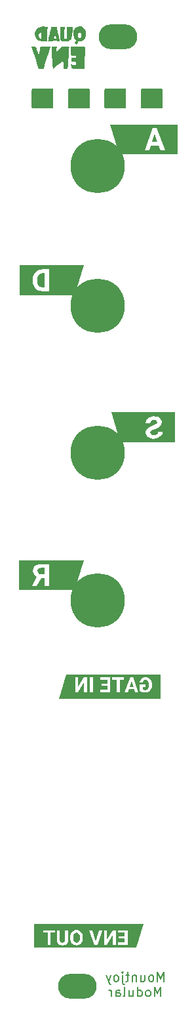
<source format=gbr>
%TF.GenerationSoftware,KiCad,Pcbnew,(6.0.11)*%
%TF.CreationDate,2023-03-29T15:24:13+01:00*%
%TF.ProjectId,QuadEnv_Panel,51756164-456e-4765-9f50-616e656c2e6b,rev?*%
%TF.SameCoordinates,Original*%
%TF.FileFunction,Soldermask,Bot*%
%TF.FilePolarity,Negative*%
%FSLAX46Y46*%
G04 Gerber Fmt 4.6, Leading zero omitted, Abs format (unit mm)*
G04 Created by KiCad (PCBNEW (6.0.11)) date 2023-03-29 15:24:13*
%MOMM*%
%LPD*%
G01*
G04 APERTURE LIST*
%ADD10C,0.200000*%
%ADD11O,5.000000X3.200000*%
%ADD12C,7.000000*%
G04 APERTURE END LIST*
D10*
X67957142Y-159176857D02*
X67957142Y-157976857D01*
X67557142Y-158834000D01*
X67157142Y-157976857D01*
X67157142Y-159176857D01*
X66414285Y-159176857D02*
X66528571Y-159119714D01*
X66585714Y-159062571D01*
X66642857Y-158948285D01*
X66642857Y-158605428D01*
X66585714Y-158491142D01*
X66528571Y-158434000D01*
X66414285Y-158376857D01*
X66242857Y-158376857D01*
X66128571Y-158434000D01*
X66071428Y-158491142D01*
X66014285Y-158605428D01*
X66014285Y-158948285D01*
X66071428Y-159062571D01*
X66128571Y-159119714D01*
X66242857Y-159176857D01*
X66414285Y-159176857D01*
X64985714Y-158376857D02*
X64985714Y-159176857D01*
X65500000Y-158376857D02*
X65500000Y-159005428D01*
X65442857Y-159119714D01*
X65328571Y-159176857D01*
X65157142Y-159176857D01*
X65042857Y-159119714D01*
X64985714Y-159062571D01*
X64414285Y-158376857D02*
X64414285Y-159176857D01*
X64414285Y-158491142D02*
X64357142Y-158434000D01*
X64242857Y-158376857D01*
X64071428Y-158376857D01*
X63957142Y-158434000D01*
X63900000Y-158548285D01*
X63900000Y-159176857D01*
X63500000Y-158376857D02*
X63042857Y-158376857D01*
X63328571Y-157976857D02*
X63328571Y-159005428D01*
X63271428Y-159119714D01*
X63157142Y-159176857D01*
X63042857Y-159176857D01*
X62642857Y-158376857D02*
X62642857Y-159405428D01*
X62700000Y-159519714D01*
X62814285Y-159576857D01*
X62871428Y-159576857D01*
X62642857Y-157976857D02*
X62700000Y-158034000D01*
X62642857Y-158091142D01*
X62585714Y-158034000D01*
X62642857Y-157976857D01*
X62642857Y-158091142D01*
X61900000Y-159176857D02*
X62014285Y-159119714D01*
X62071428Y-159062571D01*
X62128571Y-158948285D01*
X62128571Y-158605428D01*
X62071428Y-158491142D01*
X62014285Y-158434000D01*
X61900000Y-158376857D01*
X61728571Y-158376857D01*
X61614285Y-158434000D01*
X61557142Y-158491142D01*
X61500000Y-158605428D01*
X61500000Y-158948285D01*
X61557142Y-159062571D01*
X61614285Y-159119714D01*
X61728571Y-159176857D01*
X61900000Y-159176857D01*
X61100000Y-158376857D02*
X60814285Y-159176857D01*
X60528571Y-158376857D02*
X60814285Y-159176857D01*
X60928571Y-159462571D01*
X60985714Y-159519714D01*
X61100000Y-159576857D01*
X67557142Y-161108857D02*
X67557142Y-159908857D01*
X67157142Y-160766000D01*
X66757142Y-159908857D01*
X66757142Y-161108857D01*
X66014285Y-161108857D02*
X66128571Y-161051714D01*
X66185714Y-160994571D01*
X66242857Y-160880285D01*
X66242857Y-160537428D01*
X66185714Y-160423142D01*
X66128571Y-160366000D01*
X66014285Y-160308857D01*
X65842857Y-160308857D01*
X65728571Y-160366000D01*
X65671428Y-160423142D01*
X65614285Y-160537428D01*
X65614285Y-160880285D01*
X65671428Y-160994571D01*
X65728571Y-161051714D01*
X65842857Y-161108857D01*
X66014285Y-161108857D01*
X64585714Y-161108857D02*
X64585714Y-159908857D01*
X64585714Y-161051714D02*
X64700000Y-161108857D01*
X64928571Y-161108857D01*
X65042857Y-161051714D01*
X65100000Y-160994571D01*
X65157142Y-160880285D01*
X65157142Y-160537428D01*
X65100000Y-160423142D01*
X65042857Y-160366000D01*
X64928571Y-160308857D01*
X64700000Y-160308857D01*
X64585714Y-160366000D01*
X63500000Y-160308857D02*
X63500000Y-161108857D01*
X64014285Y-160308857D02*
X64014285Y-160937428D01*
X63957142Y-161051714D01*
X63842857Y-161108857D01*
X63671428Y-161108857D01*
X63557142Y-161051714D01*
X63500000Y-160994571D01*
X62757142Y-161108857D02*
X62871428Y-161051714D01*
X62928571Y-160937428D01*
X62928571Y-159908857D01*
X61785714Y-161108857D02*
X61785714Y-160480285D01*
X61842857Y-160366000D01*
X61957142Y-160308857D01*
X62185714Y-160308857D01*
X62300000Y-160366000D01*
X61785714Y-161051714D02*
X61900000Y-161108857D01*
X62185714Y-161108857D01*
X62300000Y-161051714D01*
X62357142Y-160937428D01*
X62357142Y-160823142D01*
X62300000Y-160708857D01*
X62185714Y-160651714D01*
X61900000Y-160651714D01*
X61785714Y-160594571D01*
X61214285Y-161108857D02*
X61214285Y-160308857D01*
X61214285Y-160537428D02*
X61157142Y-160423142D01*
X61100000Y-160366000D01*
X60985714Y-160308857D01*
X60871428Y-160308857D01*
%TO.C,kibuzzard-6424498C*%
G36*
X55385818Y-119602084D02*
G01*
X67542931Y-119602084D01*
X67542931Y-122697916D01*
X54457069Y-122697916D01*
X54701116Y-121884425D01*
X56510297Y-121884425D01*
X56905622Y-121884425D01*
X57675187Y-120622022D01*
X57675187Y-121884425D01*
X58070512Y-121884425D01*
X58436846Y-121884425D01*
X58832171Y-121884425D01*
X59761184Y-121884425D01*
X61047307Y-121884425D01*
X61047307Y-120285996D01*
X61272642Y-120285996D01*
X61860358Y-120285996D01*
X61860358Y-121884425D01*
X62255683Y-121884425D01*
X62896109Y-121884425D01*
X63316471Y-121884425D01*
X63449564Y-121489101D01*
X64142700Y-121489101D01*
X64274475Y-121884425D01*
X64694836Y-121884425D01*
X64604578Y-121641960D01*
X64852966Y-121641960D01*
X64981776Y-121755451D01*
X65154731Y-121840281D01*
X65360300Y-121893156D01*
X65586953Y-121910780D01*
X65746181Y-121898701D01*
X65891792Y-121862463D01*
X66023786Y-121802066D01*
X66190152Y-121668809D01*
X66313691Y-121486465D01*
X66370720Y-121340488D01*
X66405641Y-121178405D01*
X66418452Y-121000216D01*
X66418452Y-120869759D01*
X66407691Y-120686811D01*
X66375406Y-120520994D01*
X66321598Y-120372308D01*
X66203330Y-120186835D01*
X66042235Y-120050778D01*
X65913608Y-119988917D01*
X65771071Y-119951800D01*
X65614625Y-119939428D01*
X65403639Y-119957510D01*
X65225743Y-120011758D01*
X65080937Y-120102170D01*
X64970100Y-120227136D01*
X64894109Y-120385047D01*
X64852966Y-120575901D01*
X65237749Y-120575901D01*
X65280082Y-120433254D01*
X65354370Y-120334753D01*
X65461602Y-120277431D01*
X65602766Y-120258323D01*
X65780332Y-120296208D01*
X65909801Y-120409864D01*
X65968514Y-120527290D01*
X66004093Y-120677514D01*
X66016539Y-120860534D01*
X66016539Y-120983085D01*
X66003801Y-121167863D01*
X65965586Y-121319843D01*
X65901895Y-121439026D01*
X65760566Y-121554659D01*
X65565869Y-121593203D01*
X65375124Y-121569483D01*
X65248291Y-121498325D01*
X65248291Y-121167570D01*
X65608037Y-121167570D01*
X65608037Y-120876347D01*
X64852966Y-120876347D01*
X64852966Y-121641960D01*
X64604578Y-121641960D01*
X63980617Y-119965783D01*
X63614282Y-119965783D01*
X62896109Y-121884425D01*
X62255683Y-121884425D01*
X62255683Y-120285996D01*
X62835493Y-120285996D01*
X62835493Y-119965783D01*
X61272642Y-119965783D01*
X61272642Y-120285996D01*
X61047307Y-120285996D01*
X61047307Y-119965783D01*
X59763820Y-119965783D01*
X59763820Y-120285996D01*
X60651982Y-120285996D01*
X60651982Y-120743255D01*
X59892959Y-120743255D01*
X59892959Y-121052926D01*
X60651982Y-121052926D01*
X60651982Y-121566848D01*
X59761184Y-121566848D01*
X59761184Y-121884425D01*
X58832171Y-121884425D01*
X58832171Y-119965783D01*
X58436846Y-119965783D01*
X58436846Y-121884425D01*
X58070512Y-121884425D01*
X58070512Y-119965783D01*
X57675187Y-119965783D01*
X56904304Y-121230822D01*
X56904304Y-119965783D01*
X56510297Y-119965783D01*
X56510297Y-121884425D01*
X54701116Y-121884425D01*
X55385818Y-119602084D01*
G37*
G36*
X64035962Y-121168888D02*
G01*
X63556301Y-121168888D01*
X63797449Y-120450715D01*
X64035962Y-121168888D01*
G37*
%TO.C,kibuzzard-64244971*%
G36*
X51239193Y-151752084D02*
G01*
X65360807Y-151752084D01*
X64432057Y-154847916D01*
X51239193Y-154847916D01*
X51239193Y-152885788D01*
X52363672Y-152885788D01*
X52951388Y-152885788D01*
X52951388Y-154484217D01*
X53346713Y-154484217D01*
X53346713Y-153829296D01*
X54132092Y-153829296D01*
X54153981Y-154024616D01*
X54219649Y-154190652D01*
X54329095Y-154327405D01*
X54476463Y-154429164D01*
X54655897Y-154490220D01*
X54867396Y-154510572D01*
X55076039Y-154490806D01*
X55253935Y-154431507D01*
X55401084Y-154332676D01*
X55511336Y-154199291D01*
X55578541Y-154036329D01*
X55602700Y-153843791D01*
X55602700Y-153568382D01*
X55871520Y-153568382D01*
X55882648Y-153749499D01*
X55916031Y-153915096D01*
X55971669Y-154065173D01*
X56048025Y-154196655D01*
X56143562Y-154306467D01*
X56258280Y-154394610D01*
X56388664Y-154459033D01*
X56531200Y-154497687D01*
X56685889Y-154510572D01*
X56839187Y-154497834D01*
X56981065Y-154459619D01*
X57111522Y-154395928D01*
X57226898Y-154308590D01*
X57323533Y-154199437D01*
X57401427Y-154068467D01*
X57458676Y-153919488D01*
X57493377Y-153756307D01*
X57505529Y-153578924D01*
X57505529Y-153484046D01*
X57494182Y-153302709D01*
X57460140Y-153136453D01*
X57403404Y-152985278D01*
X57325949Y-152852771D01*
X57229754Y-152742519D01*
X57114817Y-152654523D01*
X56984579Y-152590465D01*
X56892556Y-152565575D01*
X58300132Y-152565575D01*
X58968231Y-154484217D01*
X59380686Y-154484217D01*
X60229316Y-154484217D01*
X60624641Y-154484217D01*
X61394206Y-153221814D01*
X61394206Y-154484217D01*
X61789531Y-154484217D01*
X62021455Y-154484217D01*
X63307578Y-154484217D01*
X63307578Y-152565575D01*
X62024091Y-152565575D01*
X62024091Y-152885788D01*
X62912253Y-152885788D01*
X62912253Y-153343046D01*
X62153230Y-153343046D01*
X62153230Y-153652717D01*
X62912253Y-153652717D01*
X62912253Y-154166640D01*
X62021455Y-154166640D01*
X62021455Y-154484217D01*
X61789531Y-154484217D01*
X61789531Y-152565575D01*
X61394206Y-152565575D01*
X60623323Y-153830614D01*
X60623323Y-152565575D01*
X60229316Y-152565575D01*
X60229316Y-154484217D01*
X59380686Y-154484217D01*
X60046149Y-152565575D01*
X59607339Y-152565575D01*
X59175117Y-154008510D01*
X58740260Y-152565575D01*
X58300132Y-152565575D01*
X56892556Y-152565575D01*
X56842482Y-152552031D01*
X56688525Y-152539220D01*
X56534568Y-152552031D01*
X56392470Y-152590465D01*
X56262233Y-152654523D01*
X56147296Y-152742519D01*
X56051100Y-152852771D01*
X55973646Y-152985278D01*
X55916909Y-153136306D01*
X55882868Y-153302123D01*
X55871520Y-153482728D01*
X55871520Y-153568382D01*
X55602700Y-153568382D01*
X55602700Y-152565575D01*
X55207375Y-152565575D01*
X55207375Y-153831931D01*
X55184808Y-153994838D01*
X55117109Y-154106682D01*
X55009548Y-154171416D01*
X54867396Y-154192995D01*
X54721208Y-154171087D01*
X54616035Y-154105364D01*
X54551877Y-153995826D01*
X54528734Y-153842473D01*
X54528734Y-152565575D01*
X54132092Y-152565575D01*
X54132092Y-153829296D01*
X53346713Y-153829296D01*
X53346713Y-152885788D01*
X53926523Y-152885788D01*
X53926523Y-152565575D01*
X52363672Y-152565575D01*
X52363672Y-152885788D01*
X51239193Y-152885788D01*
X51239193Y-151752084D01*
G37*
G36*
X56864774Y-152904730D02*
G01*
X56995560Y-153020857D01*
X57055737Y-153140113D01*
X57092195Y-153291435D01*
X57104933Y-153474821D01*
X57104933Y-153568382D01*
X57092927Y-153749645D01*
X57056909Y-153901626D01*
X56996878Y-154024323D01*
X56865103Y-154145885D01*
X56685889Y-154186406D01*
X56509970Y-154147368D01*
X56380171Y-154030253D01*
X56320726Y-153910264D01*
X56284708Y-153758503D01*
X56272116Y-153574970D01*
X56272116Y-153481410D01*
X56284122Y-153296340D01*
X56320141Y-153143481D01*
X56380171Y-153022833D01*
X56511287Y-152905224D01*
X56688525Y-152866021D01*
X56864774Y-152904730D01*
G37*
%TO.C,Ge*%
G36*
X57837795Y-37320745D02*
G01*
X57791151Y-37422270D01*
X57646922Y-37642504D01*
X57490827Y-37789207D01*
X57310105Y-37870898D01*
X57091883Y-37896304D01*
X57052987Y-37896548D01*
X56945560Y-37903129D01*
X56900349Y-37922734D01*
X56901379Y-37960771D01*
X56903231Y-37966820D01*
X56885540Y-38045038D01*
X56811432Y-38144726D01*
X56696807Y-38264370D01*
X56568982Y-38176235D01*
X56548781Y-38162278D01*
X56465407Y-38104028D01*
X56421506Y-38072276D01*
X56425451Y-38057106D01*
X56474147Y-38001509D01*
X56560935Y-37922898D01*
X56720014Y-37789343D01*
X56608155Y-37716050D01*
X56559438Y-37673456D01*
X56472871Y-37562992D01*
X56396970Y-37429429D01*
X56356851Y-37324135D01*
X56312335Y-37112029D01*
X56862996Y-37112029D01*
X56883423Y-37260366D01*
X56930041Y-37377786D01*
X57001576Y-37451932D01*
X57080281Y-37484121D01*
X57142154Y-37466721D01*
X57222665Y-37384762D01*
X57278990Y-37253128D01*
X57300194Y-37091346D01*
X57299533Y-37055403D01*
X57271650Y-36900475D01*
X57199877Y-36811560D01*
X57080281Y-36783147D01*
X56992715Y-36798927D01*
X56913522Y-36847195D01*
X56904960Y-36859007D01*
X56869821Y-36966876D01*
X56862996Y-37112029D01*
X56312335Y-37112029D01*
X56307642Y-37089668D01*
X56293700Y-36834928D01*
X56315708Y-36591188D01*
X56374345Y-36389720D01*
X56418227Y-36306203D01*
X56574938Y-36119168D01*
X56776380Y-35993277D01*
X57008202Y-35935631D01*
X57256053Y-35953332D01*
X57322331Y-35969959D01*
X57509962Y-36043202D01*
X57651052Y-36155103D01*
X57772636Y-36325117D01*
X57799153Y-36371598D01*
X57844129Y-36467895D01*
X57869679Y-36568396D01*
X57880927Y-36699157D01*
X57882998Y-36886231D01*
X57879456Y-37060950D01*
X57876646Y-37091346D01*
X57865799Y-37208655D01*
X57837795Y-37320745D01*
G37*
G36*
X54514694Y-37767511D02*
G01*
X54523787Y-37818673D01*
X54519729Y-37826743D01*
X54462644Y-37847079D01*
X54359638Y-37855225D01*
X54254132Y-37848607D01*
X54197110Y-37817354D01*
X54167982Y-37745633D01*
X54150699Y-37685216D01*
X54126981Y-37664482D01*
X54086216Y-37710247D01*
X54052155Y-37760855D01*
X54018854Y-37823759D01*
X54010385Y-37830946D01*
X53951076Y-37820885D01*
X53857521Y-37775607D01*
X53799927Y-37741967D01*
X53734433Y-37710913D01*
X53704614Y-37720997D01*
X53687444Y-37771687D01*
X53681256Y-37791216D01*
X53655354Y-37825364D01*
X53599740Y-37844684D01*
X53496843Y-37853272D01*
X53329089Y-37855225D01*
X53249829Y-37854976D01*
X53114395Y-37851241D01*
X53040074Y-37840305D01*
X53011878Y-37818727D01*
X53014819Y-37783066D01*
X53029620Y-37727065D01*
X53060219Y-37600968D01*
X53093655Y-37458892D01*
X53785220Y-37458892D01*
X53787655Y-37460624D01*
X53843757Y-37480283D01*
X53942282Y-37504532D01*
X53963157Y-37508971D01*
X54044510Y-37520148D01*
X54069518Y-37494511D01*
X54058675Y-37416573D01*
X54034594Y-37315142D01*
X53992142Y-37188721D01*
X53948792Y-37106882D01*
X53912640Y-37087852D01*
X53884333Y-37128288D01*
X53845534Y-37216844D01*
X53809089Y-37321827D01*
X53785488Y-37412692D01*
X53785220Y-37458892D01*
X53093655Y-37458892D01*
X53101660Y-37424876D01*
X53150195Y-37215190D01*
X53202078Y-36988308D01*
X53253561Y-36760629D01*
X53300897Y-36548552D01*
X53340338Y-36368475D01*
X53368139Y-36236799D01*
X53416322Y-35999705D01*
X54139476Y-35999705D01*
X54190902Y-36298650D01*
X54195573Y-36325050D01*
X54228127Y-36491727D01*
X54273830Y-36708135D01*
X54327275Y-36949203D01*
X54383057Y-37189858D01*
X54405394Y-37284328D01*
X54452111Y-37485204D01*
X54454216Y-37494511D01*
X54489673Y-37651310D01*
X54514694Y-37767511D01*
G37*
G36*
X55837836Y-35999696D02*
G01*
X56224125Y-35999705D01*
X56196338Y-36360501D01*
X56170383Y-36670292D01*
X56137322Y-36976308D01*
X56099248Y-37217956D01*
X56052900Y-37405127D01*
X55995018Y-37547711D01*
X55922342Y-37655598D01*
X55831611Y-37738677D01*
X55719566Y-37806840D01*
X55676806Y-37828236D01*
X55581294Y-37866512D01*
X55480688Y-37886362D01*
X55349313Y-37891393D01*
X55161497Y-37885210D01*
X55102773Y-37882573D01*
X54930411Y-37874095D01*
X54803274Y-37858530D01*
X54714507Y-37825116D01*
X54657254Y-37763090D01*
X54624658Y-37661692D01*
X54609863Y-37510158D01*
X54606014Y-37297726D01*
X54606255Y-37013636D01*
X54605175Y-36792010D01*
X54601605Y-36558400D01*
X54595989Y-36359298D01*
X54588794Y-36210690D01*
X54580483Y-36128561D01*
X54554712Y-35999705D01*
X55149361Y-35999705D01*
X55119537Y-36783147D01*
X55089712Y-37566588D01*
X55217637Y-37566588D01*
X55224466Y-37566553D01*
X55300813Y-37557945D01*
X55358051Y-37527236D01*
X55398865Y-37464375D01*
X55425939Y-37359308D01*
X55441954Y-37201985D01*
X55449596Y-36982354D01*
X55451547Y-36690361D01*
X55451547Y-35999686D01*
X55837836Y-35999696D01*
G37*
G36*
X52734069Y-37869668D02*
G01*
X52590449Y-37880684D01*
X52383297Y-37876580D01*
X52167138Y-37856391D01*
X51972362Y-37823134D01*
X51829361Y-37779829D01*
X51783955Y-37757727D01*
X51593106Y-37618635D01*
X51439606Y-37433138D01*
X51345937Y-37226951D01*
X51343809Y-37218874D01*
X51334042Y-37148076D01*
X51814176Y-37148076D01*
X51820345Y-37188642D01*
X51858297Y-37315173D01*
X51911207Y-37401963D01*
X51976281Y-37451800D01*
X52082277Y-37503712D01*
X52096512Y-37507903D01*
X52135374Y-37514037D01*
X52158290Y-37495467D01*
X52168599Y-37437762D01*
X52169637Y-37326492D01*
X52164745Y-37147226D01*
X52162957Y-37089997D01*
X52156544Y-36930760D01*
X52146673Y-36834731D01*
X52128689Y-36786853D01*
X52097937Y-36772068D01*
X52049761Y-36775320D01*
X52012477Y-36782210D01*
X51891798Y-36850173D01*
X51823687Y-36975310D01*
X51814176Y-37148076D01*
X51334042Y-37148076D01*
X51317003Y-37024563D01*
X51322696Y-36808095D01*
X51357736Y-36603249D01*
X51418973Y-36443804D01*
X51558883Y-36269169D01*
X51772633Y-36119455D01*
X52038978Y-36019256D01*
X52348592Y-35971960D01*
X52692151Y-35980960D01*
X52966653Y-36010357D01*
X52941978Y-36190381D01*
X52934532Y-36263581D01*
X52923521Y-36416525D01*
X52911678Y-36620417D01*
X52900008Y-36857664D01*
X52889512Y-37110677D01*
X52881410Y-37326492D01*
X52861721Y-37850948D01*
X52734069Y-37869668D01*
G37*
%TO.C,kibuzzard-640B6CDE*%
G36*
X52598182Y-69643741D02*
G01*
X52317191Y-69643741D01*
X52016337Y-69588027D01*
X51795905Y-69420886D01*
X51695351Y-69251000D01*
X51633986Y-69038481D01*
X51611808Y-68783328D01*
X51611808Y-68634113D01*
X51631617Y-68370455D01*
X51691045Y-68153091D01*
X51790091Y-67982021D01*
X52009555Y-67815606D01*
X52311377Y-67760135D01*
X52598182Y-67760135D01*
X52598182Y-69643741D01*
G37*
G36*
X49369051Y-66793140D02*
G01*
X57630949Y-66793140D01*
X56486833Y-70606860D01*
X49369051Y-70606860D01*
X49369051Y-68765887D01*
X51022696Y-68765887D01*
X51040676Y-69018456D01*
X51094613Y-69251646D01*
X51184508Y-69465457D01*
X51307132Y-69654291D01*
X51459255Y-69812551D01*
X51640876Y-69940234D01*
X51845644Y-70034113D01*
X52067206Y-70090957D01*
X52305564Y-70110767D01*
X53179542Y-70110767D01*
X53179542Y-67289233D01*
X52311377Y-67289233D01*
X52072051Y-67307858D01*
X51850165Y-67363734D01*
X51645720Y-67456859D01*
X51464315Y-67584327D01*
X51311546Y-67743232D01*
X51187415Y-67933574D01*
X51095905Y-68149000D01*
X51040999Y-68383159D01*
X51022696Y-68636050D01*
X51022696Y-68765887D01*
X49369051Y-68765887D01*
X49369051Y-66793140D01*
G37*
%TO.C,kibuzzard-640B6CC5*%
G36*
X67152542Y-50858505D02*
G01*
X66447158Y-50858505D01*
X66801788Y-49802368D01*
X67152542Y-50858505D01*
G37*
G36*
X61024879Y-48593140D02*
G01*
X69775121Y-48593140D01*
X69775121Y-52406860D01*
X62168996Y-52406860D01*
X62020168Y-51910767D01*
X65476287Y-51910767D01*
X66094467Y-51910767D01*
X66290191Y-51329407D01*
X67309509Y-51329407D01*
X67503295Y-51910767D01*
X68121475Y-51910767D01*
X67071151Y-49089233D01*
X66532424Y-49089233D01*
X65476287Y-51910767D01*
X62020168Y-51910767D01*
X61024879Y-48593140D01*
G37*
%TO.C,G\u002A\u002A\u002A*%
G36*
X57038952Y-38566718D02*
G01*
X57379484Y-38570194D01*
X57614024Y-38578982D01*
X57758115Y-38594475D01*
X57827295Y-38618065D01*
X57837106Y-38651146D01*
X57833810Y-38665251D01*
X57821080Y-38786884D01*
X57806039Y-39009214D01*
X57789795Y-39312192D01*
X57773456Y-39675768D01*
X57758131Y-40079896D01*
X57711638Y-41424000D01*
X56898567Y-41424000D01*
X56852726Y-41423924D01*
X56550531Y-41419460D01*
X56300852Y-41409108D01*
X56128513Y-41394278D01*
X56058338Y-41376375D01*
X56055329Y-41370292D01*
X56025065Y-41268040D01*
X55991101Y-41106500D01*
X55951022Y-40884250D01*
X56300261Y-40906001D01*
X56649500Y-40927753D01*
X56649500Y-40731376D01*
X56647837Y-40654393D01*
X56622611Y-40572257D01*
X56539416Y-40540362D01*
X56363750Y-40535000D01*
X56278404Y-40532453D01*
X56134771Y-40512577D01*
X56078000Y-40479437D01*
X56077999Y-40478915D01*
X56066221Y-40381130D01*
X56038313Y-40225437D01*
X55998625Y-40027000D01*
X56324063Y-40027000D01*
X56470381Y-40025081D01*
X56591358Y-40007886D01*
X56640331Y-39959003D01*
X56649500Y-39862121D01*
X56645802Y-39784514D01*
X56612806Y-39727329D01*
X56518061Y-39710386D01*
X56329197Y-39719246D01*
X56177410Y-39727798D01*
X56071866Y-39715082D01*
X56006875Y-39659652D01*
X55970495Y-39540488D01*
X55950781Y-39336568D01*
X55935790Y-39026874D01*
X55915099Y-38566499D01*
X56892344Y-38566499D01*
X57038952Y-38566718D01*
G37*
G36*
X54118417Y-38896272D02*
G01*
X54095583Y-39226123D01*
X54856995Y-38566499D01*
X55313027Y-38566500D01*
X55341443Y-38566522D01*
X55566532Y-38570642D01*
X55691416Y-38586291D01*
X55740419Y-38619831D01*
X55737866Y-38677625D01*
X55736236Y-38684319D01*
X55721202Y-38801720D01*
X55703617Y-39014487D01*
X55685538Y-39294654D01*
X55669020Y-39614250D01*
X55652873Y-39946138D01*
X55632480Y-40324079D01*
X55611998Y-40668164D01*
X55594074Y-40931875D01*
X55556782Y-41424000D01*
X54998500Y-41424000D01*
X54998500Y-40947750D01*
X54998249Y-40904312D01*
X54988291Y-40684370D01*
X54966693Y-40529844D01*
X54937401Y-40471500D01*
X54936300Y-40471564D01*
X54861068Y-40510725D01*
X54707918Y-40611945D01*
X54498579Y-40760286D01*
X54254776Y-40940811D01*
X53633250Y-41410122D01*
X53594118Y-40893186D01*
X53592519Y-40871769D01*
X53574185Y-40597205D01*
X53553329Y-40243402D01*
X53532397Y-39853684D01*
X53513835Y-39471375D01*
X53472683Y-38566500D01*
X53806967Y-38566460D01*
X54141250Y-38566421D01*
X54118417Y-38896272D01*
G37*
G36*
X51401657Y-38573662D02*
G01*
X51477121Y-38611331D01*
X51529238Y-38702440D01*
X51576058Y-38870243D01*
X51635629Y-39138000D01*
X51684417Y-39345902D01*
X51738437Y-39522267D01*
X51783881Y-39583324D01*
X51826474Y-39535017D01*
X51871942Y-39383288D01*
X51881569Y-39342682D01*
X51937029Y-39083198D01*
X51982116Y-38836375D01*
X52025164Y-38566500D01*
X53338459Y-38566500D01*
X53036683Y-39471375D01*
X53011815Y-39546182D01*
X52888250Y-39924069D01*
X52767413Y-40302533D01*
X52662039Y-40641307D01*
X52584861Y-40900125D01*
X52434814Y-41424000D01*
X51776736Y-41424000D01*
X51669336Y-41041227D01*
X51637469Y-40931505D01*
X51560916Y-40678827D01*
X51460291Y-40354685D01*
X51344974Y-39989196D01*
X51224345Y-39612477D01*
X50886755Y-38566500D01*
X51192098Y-38566500D01*
X51284798Y-38566176D01*
X51401657Y-38573662D01*
G37*
%TO.C,kibuzzard-640B6D2B*%
G36*
X52568529Y-106656982D02*
G01*
X52099566Y-106656982D01*
X51905295Y-106629126D01*
X51760439Y-106545555D01*
X51670328Y-106413054D01*
X51640291Y-106238403D01*
X51668633Y-106060120D01*
X51753657Y-105924469D01*
X51897301Y-105838718D01*
X52101503Y-105810135D01*
X52568529Y-105810135D01*
X52568529Y-106656982D01*
G37*
G36*
X49298703Y-104843140D02*
G01*
X57601297Y-104843140D01*
X56457181Y-108656860D01*
X49298703Y-108656860D01*
X49298703Y-108160767D01*
X50952349Y-108160767D01*
X51576342Y-108160767D01*
X52105379Y-107127884D01*
X52568529Y-107127884D01*
X52568529Y-108160767D01*
X53149889Y-108160767D01*
X53149889Y-105339233D01*
X52101503Y-105339233D01*
X51793598Y-105363995D01*
X51536508Y-105438280D01*
X51330233Y-105562088D01*
X51179510Y-105731113D01*
X51089076Y-105941049D01*
X51058931Y-106191895D01*
X51090180Y-106456656D01*
X51183924Y-106673454D01*
X51341133Y-106846651D01*
X51562777Y-106980606D01*
X50952349Y-108133636D01*
X50952349Y-108160767D01*
X49298703Y-108160767D01*
X49298703Y-104843140D01*
G37*
%TO.C,kibuzzard-640B6D1B*%
G36*
X61153548Y-85754382D02*
G01*
X69446452Y-85754382D01*
X69446452Y-89645618D01*
X62320918Y-89645618D01*
X61937221Y-88366626D01*
X65628210Y-88366626D01*
X65659000Y-88593249D01*
X65751372Y-88784774D01*
X65905325Y-88941203D01*
X66111385Y-89056937D01*
X66360077Y-89126377D01*
X66651403Y-89149524D01*
X66962431Y-89119729D01*
X67244390Y-89030345D01*
X67480083Y-88889123D01*
X67652311Y-88703815D01*
X67757683Y-88479991D01*
X67792806Y-88223224D01*
X67209509Y-88223224D01*
X67174627Y-88427548D01*
X67069982Y-88573493D01*
X66895574Y-88661061D01*
X66651403Y-88690250D01*
X66466822Y-88669175D01*
X66327780Y-88605952D01*
X66211508Y-88370502D01*
X66327780Y-88117610D01*
X66490560Y-88027015D01*
X66746359Y-87931575D01*
X67017176Y-87834439D01*
X67225012Y-87738757D01*
X67492007Y-87545617D01*
X67652204Y-87312427D01*
X67705603Y-87039188D01*
X67673385Y-86822873D01*
X67576734Y-86631267D01*
X67419767Y-86471635D01*
X67206602Y-86351245D01*
X66950561Y-86275668D01*
X66664968Y-86250476D01*
X66379133Y-86277848D01*
X66126242Y-86359966D01*
X65916225Y-86491983D01*
X65759016Y-86669055D01*
X65660911Y-86882220D01*
X65628210Y-87122516D01*
X66209570Y-87122516D01*
X66240091Y-86950288D01*
X66331655Y-86821178D01*
X66478449Y-86740514D01*
X66674658Y-86713626D01*
X66864084Y-86736154D01*
X67006033Y-86803737D01*
X67124243Y-87041125D01*
X66985685Y-87271732D01*
X66814426Y-87361842D01*
X66577764Y-87446140D01*
X66276964Y-87553583D01*
X66036023Y-87676961D01*
X65854940Y-87816272D01*
X65684893Y-88064319D01*
X65628210Y-88366626D01*
X61937221Y-88366626D01*
X61153548Y-85754382D01*
G37*
%TD*%
D11*
%TO.C,Ref\u002A\u002A*%
X62080000Y-37300000D03*
%TD*%
%TO.C,Ref\u002A\u002A*%
X56780000Y-159800000D03*
%TD*%
D12*
%TO.C,Ref\u002A\u002A*%
X59400000Y-110000000D03*
%TD*%
%TO.C,Ref\u002A\u002A*%
X59400000Y-91000000D03*
%TD*%
%TO.C,Ref\u002A\u002A*%
X59400000Y-54000000D03*
%TD*%
%TO.C,Ref\u002A\u002A*%
X59400000Y-72000000D03*
%TD*%
G36*
X58342121Y-44020002D02*
G01*
X58388614Y-44073658D01*
X58400000Y-44126000D01*
X58400000Y-46374000D01*
X58379998Y-46442121D01*
X58326342Y-46488614D01*
X58274000Y-46500000D01*
X55726000Y-46500000D01*
X55657879Y-46479998D01*
X55611386Y-46426342D01*
X55600000Y-46374000D01*
X55600000Y-44126000D01*
X55620002Y-44057879D01*
X55673658Y-44011386D01*
X55726000Y-44000000D01*
X58274000Y-44000000D01*
X58342121Y-44020002D01*
G37*
G36*
X67742121Y-44020002D02*
G01*
X67788614Y-44073658D01*
X67800000Y-44126000D01*
X67800000Y-46374000D01*
X67779998Y-46442121D01*
X67726342Y-46488614D01*
X67674000Y-46500000D01*
X65126000Y-46500000D01*
X65057879Y-46479998D01*
X65011386Y-46426342D01*
X65000000Y-46374000D01*
X65000000Y-44126000D01*
X65020002Y-44057879D01*
X65073658Y-44011386D01*
X65126000Y-44000000D01*
X67674000Y-44000000D01*
X67742121Y-44020002D01*
G37*
G36*
X63042121Y-44020002D02*
G01*
X63088614Y-44073658D01*
X63100000Y-44126000D01*
X63100000Y-46374000D01*
X63079998Y-46442121D01*
X63026342Y-46488614D01*
X62974000Y-46500000D01*
X60426000Y-46500000D01*
X60357879Y-46479998D01*
X60311386Y-46426342D01*
X60300000Y-46374000D01*
X60300000Y-44126000D01*
X60320002Y-44057879D01*
X60373658Y-44011386D01*
X60426000Y-44000000D01*
X62974000Y-44000000D01*
X63042121Y-44020002D01*
G37*
G36*
X53642121Y-44020002D02*
G01*
X53688614Y-44073658D01*
X53700000Y-44126000D01*
X53700000Y-46374000D01*
X53679998Y-46442121D01*
X53626342Y-46488614D01*
X53574000Y-46500000D01*
X51026000Y-46500000D01*
X50957879Y-46479998D01*
X50911386Y-46426342D01*
X50900000Y-46374000D01*
X50900000Y-44126000D01*
X50920002Y-44057879D01*
X50973658Y-44011386D01*
X51026000Y-44000000D01*
X53574000Y-44000000D01*
X53642121Y-44020002D01*
G37*
M02*

</source>
